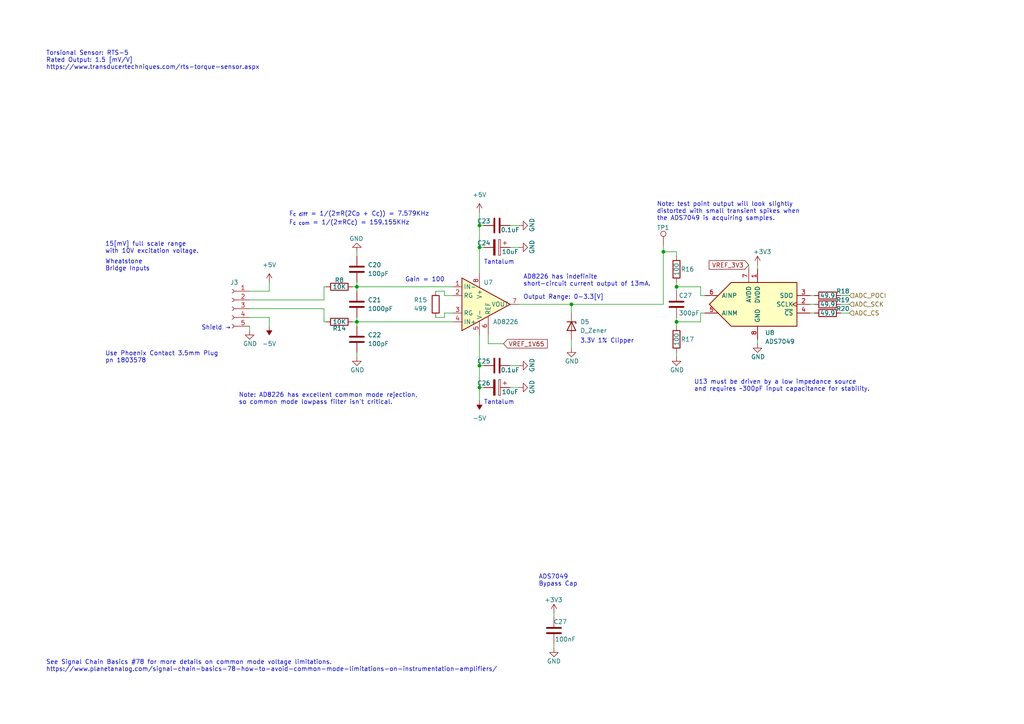
<source format=kicad_sch>
(kicad_sch (version 20230121) (generator eeschema)
  (paper "A4")
  (lib_symbols
    (symbol "Analog_ADC:ADS7049" (pin_names (offset 1.016))
      (property "Reference" "U" (at -7.62 -7.62 0))
      (property "Value" "ADS7049" (at 2.54 -7.62 0))
      (symbol "ADS7049_0_1"
        (polyline (pts (xy -13.97 0) (xy -7.62 6.35) (xy 11.43 6.35) (xy 11.43 -6.35) (xy -7.62 -6.35) (xy -13.97 0)) (stroke (width 0.254)) (fill (type background)))
      )
      (symbol "ADS7049_1_1"
        (pin power_in line (at 0 10.16 270) (length 3.81) (name "DVDD") (number "1"))
        (pin input clock (at 15.24 0 180) (length 3.81) (name "SCLK") (number "2"))
        (pin output line (at 15.24 2.54 180) (length 3.81) (name "SDO") (number "3"))
        (pin input line (at 15.24 -2.54 180) (length 3.81) (name "~{CS}") (number "4"))
        (pin input line (at -15.24 -2.54 0) (length 3.81) (name "AINM") (number "5"))
        (pin input line (at -15.24 2.54 0) (length 3.81) (name "AINP") (number "6"))
        (pin power_in line (at -2.54 10.16 270) (length 3.81) (name "AVDD") (number "7"))
        (pin power_in line (at 0 -10.16 90) (length 3.81) (name "GND") (number "8"))
      )
    )
    (symbol "Connector:Conn_01x05_Female" (pin_names (offset 1.016) hide)
      (property "Reference" "J" (at 0 7.62 0))
      (property "Value" "Conn_01x05_Female" (at 0 -7.62 0))
      (symbol "Conn_01x05_Female_1_1"
        (arc (start 0 -4.572) (mid -0.5058 -5.08) (end 0 -5.588) (stroke (width 0.1524)))
        (arc (start 0 -2.032) (mid -0.5058 -2.54) (end 0 -3.048) (stroke (width 0.1524)))
        (polyline (pts (xy -1.27 -5.08) (xy -0.508 -5.08)) (stroke (width 0.1524)))
        (polyline (pts (xy -1.27 -2.54) (xy -0.508 -2.54)) (stroke (width 0.1524)))
        (polyline (pts (xy -1.27 0) (xy -0.508 0)) (stroke (width 0.1524)))
        (polyline (pts (xy -1.27 2.54) (xy -0.508 2.54)) (stroke (width 0.1524)))
        (polyline (pts (xy -1.27 5.08) (xy -0.508 5.08)) (stroke (width 0.1524)))
        (arc (start 0 0.508) (mid -0.5058 0) (end 0 -0.508) (stroke (width 0.1524)))
        (arc (start 0 3.048) (mid -0.5058 2.54) (end 0 2.032) (stroke (width 0.1524)))
        (arc (start 0 5.588) (mid -0.5058 5.08) (end 0 4.572) (stroke (width 0.1524)))
        (pin passive line (at -5.08 5.08 0) (length 3.81) (name "Pin_1") (number "1"))
        (pin passive line (at -5.08 2.54 0) (length 3.81) (name "Pin_2") (number "2"))
        (pin passive line (at -5.08 0 0) (length 3.81) (name "Pin_3") (number "3"))
        (pin passive line (at -5.08 -2.54 0) (length 3.81) (name "Pin_4") (number "4"))
        (pin passive line (at -5.08 -5.08 0) (length 3.81) (name "Pin_5") (number "5"))
      )
    )
    (symbol "Connector:TestPoint" (pin_numbers hide) (pin_names (offset 0.762) hide)
      (property "Reference" "TP" (at 0 6.858 0))
      (property "Value" "TestPoint" (at 0 5.08 0))
      (symbol "TestPoint_0_1"
        (circle (center 0 3.302) (radius 0.762))
      )
      (symbol "TestPoint_1_1"
        (pin passive line (at 0 0 90) (length 2.54) (name "1") (number "1"))
      )
    )
    (symbol "Device:C" (pin_numbers hide) (pin_names (offset 0.254))
      (property "Reference" "C" (at 0.635 2.54 0))
      (property "Value" "C" (at 0.635 -2.54 0))
      (symbol "C_0_1"
        (polyline (pts (xy -2.032 -0.762) (xy 2.032 -0.762)) (stroke (width 0.508)))
        (polyline (pts (xy -2.032 0.762) (xy 2.032 0.762)) (stroke (width 0.508)))
      )
      (symbol "C_1_1"
        (pin passive line (at 0 3.81 270) (length 2.794) (name "~") (number "1"))
        (pin passive line (at 0 -3.81 90) (length 2.794) (name "~") (number "2"))
      )
    )
    (symbol "Device:C_Polarized" (pin_numbers hide) (pin_names (offset 0.254))
      (property "Reference" "C" (at 0.635 2.54 0))
      (property "Value" "C_Polarized" (at 0.635 -2.54 0))
      (symbol "C_Polarized_0_1"
        (rectangle (start -2.286 0.508) (end 2.286 1.016))
        (polyline (pts (xy -1.778 2.286) (xy -0.762 2.286)))
        (polyline (pts (xy -1.27 2.794) (xy -1.27 1.778)))
        (rectangle (start 2.286 -0.508) (end -2.286 -1.016) (fill (type outline)))
      )
      (symbol "C_Polarized_1_1"
        (pin passive line (at 0 3.81 270) (length 2.794) (name "~") (number "1"))
        (pin passive line (at 0 -3.81 90) (length 2.794) (name "~") (number "2"))
      )
    )
    (symbol "Device:D_Zener" (pin_numbers hide) (pin_names (offset 1.016) hide)
      (property "Reference" "D" (at 0 2.54 0))
      (property "Value" "D_Zener" (at 0 -2.54 0))
      (symbol "D_Zener_0_1"
        (polyline (pts (xy 1.27 0) (xy -1.27 0)))
        (polyline (pts (xy -1.27 -1.27) (xy -1.27 1.27) (xy -0.762 1.27)) (stroke (width 0.254)))
        (polyline (pts (xy 1.27 -1.27) (xy 1.27 1.27) (xy -1.27 0) (xy 1.27 -1.27)) (stroke (width 0.254)))
      )
      (symbol "D_Zener_1_1"
        (pin passive line (at -3.81 0 0) (length 2.54) (name "K") (number "1"))
        (pin passive line (at 3.81 0 180) (length 2.54) (name "A") (number "2"))
      )
    )
    (symbol "Device:R" (pin_numbers hide) (pin_names (offset 0))
      (property "Reference" "R" (at 2.032 0 90))
      (property "Value" "R" (at 0 0 90))
      (symbol "R_0_1"
        (rectangle (start -1.016 -2.54) (end 1.016 2.54) (stroke (width 0.254)))
      )
      (symbol "R_1_1"
        (pin passive line (at 0 3.81 270) (length 1.27) (name "~") (number "1"))
        (pin passive line (at 0 -3.81 90) (length 1.27) (name "~") (number "2"))
      )
    )
    (symbol "kicad_component_library:AD8226" (pin_names (offset 0.5))
      (property "Reference" "U" (at 3.81 3.81 0))
      (property "Value" "AD8226" (at 3.81 -3.81 0))
      (symbol "AD8226_0_1"
        (polyline (pts (xy 8.89 0) (xy -5.08 7.62) (xy -5.08 -7.62) (xy 8.89 0)) (stroke (width 0.254)) (fill (type background)))
      )
      (symbol "AD8226_1_1"
        (pin input line (at -7.62 5.08 0) (length 2.54) (name "IN-") (number "1"))
        (pin passive line (at -7.62 2.54 0) (length 2.54) (name "RG") (number "2"))
        (pin passive line (at -7.62 -2.54 0) (length 2.54) (name "RG") (number "3"))
        (pin input line (at -7.62 -5.08 0) (length 2.54) (name "IN+") (number "4"))
        (pin power_in line (at 0 -8.89 90) (length 4) (name "V-") (number "5"))
        (pin input line (at 2.54 -8.89 90) (length 5.3) (name "REF") (number "6"))
        (pin output line (at 11.43 0 180) (length 2.54) (name "VOUT") (number "7"))
        (pin power_in line (at 0 8.89 270) (length 4) (name "V+") (number "8"))
      )
    )
    (symbol "power:+3V3" (power) (pin_names (offset 0))
      (property "Value" "+3V3" (at 0 3.556 0))
      (symbol "+3V3_0_1"
        (polyline (pts (xy -0.762 1.27) (xy 0 2.54)))
        (polyline (pts (xy 0 0) (xy 0 2.54)))
        (polyline (pts (xy 0 2.54) (xy 0.762 1.27)))
      )
      (symbol "+3V3_1_1"
        (pin power_in line (at 0 0 90) (length 0) hide (name "+3V3") (number "1"))
      )
    )
    (symbol "power:+5V" (power) (pin_names (offset 0))
      (property "Value" "+5V" (at 0 3.556 0))
      (symbol "+5V_0_1"
        (polyline (pts (xy -0.762 1.27) (xy 0 2.54)))
        (polyline (pts (xy 0 0) (xy 0 2.54)))
        (polyline (pts (xy 0 2.54) (xy 0.762 1.27)))
      )
      (symbol "+5V_1_1"
        (pin power_in line (at 0 0 90) (length 0) hide (name "+5V") (number "1"))
      )
    )
    (symbol "power:-5V" (power) (pin_names (offset 0))
      (property "Value" "-5V" (at 0 3.81 0))
      (symbol "-5V_0_0"
        (pin power_in line (at 0 0 90) (length 0) hide (name "-5V") (number "1"))
      )
      (symbol "-5V_0_1"
        (polyline (pts (xy 0 0) (xy 0 1.27) (xy 0.762 1.27) (xy 0 2.54) (xy -0.762 1.27) (xy 0 1.27)) (fill (type outline)))
      )
    )
    (symbol "power:GND" (power) (pin_names (offset 0))
      (property "Value" "GND" (at 0 -3.81 0))
      (symbol "GND_0_1"
        (polyline (pts (xy 0 0) (xy 0 -1.27) (xy 1.27 -1.27) (xy 0 -2.54) (xy -1.27 -1.27) (xy 0 -1.27)))
      )
      (symbol "GND_1_1"
        (pin power_in line (at 0 0 270) (length 0) hide (name "GND") (number "1"))
      )
    )
  )
  (junction (at 139.065 65.405))
  (junction (at 192.405 73.025))
  (junction (at 165.735 88.265))
  (junction (at 103.505 83.185))
  (junction (at 196.215 93.345))
  (junction (at 139.065 112.395))
  (junction (at 103.505 93.345))
  (junction (at 196.215 83.185))
  (junction (at 139.065 106.045))
  (junction (at 139.065 71.755))
  (wire (pts (xy 139.065 61.595) (xy 139.065 65.405)))
  (wire (pts (xy 128.905 84.455) (xy 126.365 84.455)))
  (wire (pts (xy 103.505 83.185) (xy 103.505 84.455)))
  (wire (pts (xy 139.065 106.045) (xy 139.065 112.395)))
  (wire (pts (xy 204.47 90.805) (xy 203.2 90.805)))
  (wire (pts (xy 147.955 112.395) (xy 150.495 112.395)))
  (wire (pts (xy 93.98 93.345) (xy 93.98 89.535)))
  (wire (pts (xy 147.955 65.405) (xy 150.495 65.405)))
  (wire (pts (xy 103.505 83.185) (xy 131.445 83.185)))
  (wire (pts (xy 196.215 102.235) (xy 196.215 103.505)))
  (wire (pts (xy 103.505 73.025) (xy 103.505 74.295)))
  (wire (pts (xy 72.39 94.615) (xy 72.39 95.885)))
  (wire (pts (xy 103.505 83.185) (xy 102.235 83.185)))
  (wire (pts (xy 128.905 85.725) (xy 128.905 84.455)))
  (wire (pts (xy 72.39 92.075) (xy 78.105 92.075)))
  (wire (pts (xy 126.365 92.075) (xy 128.905 92.075)))
  (wire (pts (xy 131.445 85.725) (xy 128.905 85.725)))
  (wire (pts (xy 165.735 88.265) (xy 165.735 90.805)))
  (wire (pts (xy 160.655 186.69) (xy 160.655 187.96)))
  (wire (pts (xy 140.335 65.405) (xy 139.065 65.405)))
  (wire (pts (xy 203.2 93.345) (xy 196.215 93.345)))
  (wire (pts (xy 102.235 93.345) (xy 103.505 93.345)))
  (wire (pts (xy 93.98 93.345) (xy 94.615 93.345)))
  (wire (pts (xy 72.39 84.455) (xy 78.105 84.455)))
  (wire (pts (xy 165.735 88.265) (xy 192.405 88.265)))
  (wire (pts (xy 243.84 85.725) (xy 246.38 85.725)))
  (wire (pts (xy 234.95 90.805) (xy 236.22 90.805)))
  (wire (pts (xy 93.98 86.995) (xy 72.39 86.995)))
  (wire (pts (xy 141.605 97.155) (xy 141.605 99.695)))
  (wire (pts (xy 219.71 98.425) (xy 219.71 99.695)))
  (wire (pts (xy 196.215 92.075) (xy 196.215 93.345)))
  (wire (pts (xy 139.065 112.395) (xy 139.065 116.205)))
  (wire (pts (xy 103.505 93.345) (xy 103.505 92.075)))
  (wire (pts (xy 192.405 71.12) (xy 192.405 73.025)))
  (wire (pts (xy 196.215 93.345) (xy 196.215 94.615)))
  (wire (pts (xy 141.605 99.695) (xy 146.05 99.695)))
  (wire (pts (xy 78.105 84.455) (xy 78.105 81.915)))
  (wire (pts (xy 234.95 88.265) (xy 236.22 88.265)))
  (wire (pts (xy 196.215 83.185) (xy 196.215 84.455)))
  (wire (pts (xy 219.71 76.835) (xy 219.71 78.105)))
  (wire (pts (xy 196.215 81.915) (xy 196.215 83.185)))
  (wire (pts (xy 217.17 76.835) (xy 217.17 78.105)))
  (wire (pts (xy 128.905 90.805) (xy 131.445 90.805)))
  (wire (pts (xy 139.065 65.405) (xy 139.065 71.755)))
  (wire (pts (xy 160.655 177.8) (xy 160.655 179.07)))
  (wire (pts (xy 165.735 98.425) (xy 165.735 100.965)))
  (wire (pts (xy 192.405 73.025) (xy 192.405 88.265)))
  (wire (pts (xy 103.505 93.345) (xy 103.505 94.615)))
  (wire (pts (xy 243.84 90.805) (xy 246.38 90.805)))
  (wire (pts (xy 103.505 93.345) (xy 131.445 93.345)))
  (wire (pts (xy 93.98 89.535) (xy 72.39 89.535)))
  (wire (pts (xy 139.065 71.755) (xy 140.335 71.755)))
  (wire (pts (xy 150.495 88.265) (xy 165.735 88.265)))
  (wire (pts (xy 204.47 85.725) (xy 203.2 85.725)))
  (wire (pts (xy 139.065 97.155) (xy 139.065 106.045)))
  (wire (pts (xy 103.505 102.235) (xy 103.505 103.505)))
  (wire (pts (xy 139.065 106.045) (xy 140.335 106.045)))
  (wire (pts (xy 147.955 106.045) (xy 150.495 106.045)))
  (wire (pts (xy 203.2 85.725) (xy 203.2 83.185)))
  (wire (pts (xy 196.215 74.295) (xy 196.215 73.025)))
  (wire (pts (xy 139.065 79.375) (xy 139.065 71.755)))
  (wire (pts (xy 234.95 85.725) (xy 236.22 85.725)))
  (wire (pts (xy 78.105 92.075) (xy 78.105 94.615)))
  (wire (pts (xy 103.505 81.915) (xy 103.505 83.185)))
  (wire (pts (xy 147.955 71.755) (xy 150.495 71.755)))
  (wire (pts (xy 139.065 112.395) (xy 140.335 112.395)))
  (wire (pts (xy 203.2 90.805) (xy 203.2 93.345)))
  (wire (pts (xy 128.905 92.075) (xy 128.905 90.805)))
  (wire (pts (xy 196.215 73.025) (xy 192.405 73.025)))
  (wire (pts (xy 203.2 83.185) (xy 196.215 83.185)))
  (wire (pts (xy 93.98 83.185) (xy 94.615 83.185)))
  (wire (pts (xy 93.98 83.185) (xy 93.98 86.995)))
  (wire (pts (xy 243.84 88.265) (xy 246.38 88.265)))
  (text "F_{c diff} = 1/(2πR(2C_{D} + C_{C})) = 7.579KHz" (at 83.82 62.865 0) (effects (font (size 1.27 1.27)) (justify left bottom)))
  (text "Note: AD8226 has excellent common mode rejection,\nso common mode lowpass filter isn't critical." (at 69.215 117.475 0) (effects (font (size 1.27 1.27)) (justify left bottom)))
  (text "3.3V 1% Clipper" (at 168.275 99.695 0) (effects (font (size 1.27 1.27)) (justify left bottom)))
  (text "Tantalum" (at 140.335 76.835 0) (effects (font (size 1.27 1.27)) (justify left bottom)))
  (text "Wheatstone\nBridge Inputs" (at 30.48 78.74 0) (effects (font (size 1.27 1.27)) (justify left bottom)))
  (text "Gain = 100" (at 117.475 81.915 0) (effects (font (size 1.27 1.27)) (justify left bottom)))
  (text "15[mV] full scale range\nwith 10V excitation voltage." (at 30.48 73.66 0) (effects (font (size 1.27 1.27)) (justify left bottom)))
  (text "Shield →" (at 58.42 95.885 0) (effects (font (size 1.27 1.27)) (justify left bottom)))
  (text "Tantalum" (at 140.335 117.475 0) (effects (font (size 1.27 1.27)) (justify left bottom)))
  (text "See Signal Chain Basics #78 for more details on common mode voltage limitations.\nhttps://www.planetanalog.com/signal-chain-basics-78-how-to-avoid-common-mode-limitations-on-instrumentation-amplifiers/" (at 13.335 194.945 0) (effects (font (size 1.27 1.27)) (justify left bottom)))
  (text "ADS7049\nBypass Cap" (at 156.21 170.18 0) (effects (font (size 1.27 1.27)) (justify left bottom)))
  (text "AD8226 has indefinite \nshort-circuit current output of 13mA." (at 151.765 83.185 0) (effects (font (size 1.27 1.27)) (justify left bottom)))
  (text "F_{c com} = 1/(2πRC_{C}) = 159.155KHz" (at 83.82 65.405 0) (effects (font (size 1.27 1.27)) (justify left bottom)))
  (text "Output Range: 0-3.3[V]" (at 151.765 86.995 0) (effects (font (size 1.27 1.27)) (justify left bottom)))
  (text "Use Phoenix Contact 3.5mm Plug\npn 1803578" (at 30.48 105.41 0) (effects (font (size 1.27 1.27)) (justify left bottom)))
  (text "Note: test point output will look slightly \ndistorted with small transient spikes when\nthe ADS7049 is acquiring samples." (at 190.5 64.135 0) (effects (font (size 1.27 1.27)) (justify left bottom)))
  (text "U13 must be driven by a low impedance source \nand requires ~300pF input capacitance for stability." (at 201.295 113.665 0) (effects (font (size 1.27 1.27)) (justify left bottom)))
  (text "Torsional Sensor: RTS-5\nRated Output: 1.5 [mV/V]\nhttps://www.transducertechniques.com/rts-torque-sensor.aspx" (at 13.335 20.32 0) (effects (font (size 1.27 1.27)) (justify left bottom)))
  (global_label "VREF_1V65" (shape input) (at 146.05 99.695 0) (property "Intersheetrefs" "${INTERSHEET_REFS}" (effects hide)))
  (global_label "VREF_3V3" (shape input) (at 217.17 76.835 180) (property "Intersheetrefs" "${INTERSHEET_REFS}" (effects hide)))
  (hierarchical_label "ADC_CS" (shape input) (at 246.38 90.805 0))
  (hierarchical_label "ADC_SCK" (shape input) (at 246.38 88.265 0))
  (hierarchical_label "ADC_POCI" (shape input) (at 246.38 85.725 0))
  (symbol (lib_id "kicad_component_library:AD8226") (at 139.065 88.265 0) (unit 1)
    (property "Reference" "U7" (at 141.605 81.915 0))
    (property "Value" "AD8226" (at 146.685 93.345 0))
    (property "Footprint" "Package_SO:MSOP-8_3x3mm_P0.65mm" (effects hide))
    (property "Datasheet" "https://www.analog.com/media/en/technical-documentation/data-sheets/AD8226.pdf" (effects hide))
    (property "Link" "https://www.digikey.com/en/products/detail/analog-devices-inc/AD8226BRMZ-R7/2182230" (effects hide))
    (property "Manufacturer" "Analog Devices Inc." (effects hide))
    (property "Manufacturer Number" "AD8226BRMZ-R7" (effects hide))
  )
  (symbol (lib_id "power:GND") (at 165.735 100.965 0) (unit 1)
    (property "Reference" "#PWR?" (effects hide))
    (property "Value" "GND" (at 163.83 104.775 0) (effects (justify left)))
    (instances (project "harp_treadmill" (path "" (reference "#PWR?") (unit 1)) (path "" (reference "#PWR0116") (unit 1))))
  )
  (symbol (lib_id "power:-5V") (at 139.065 116.205 180) (unit 1)
    (property "Reference" "#PWR0122" (effects hide))
    (property "Value" "-5V" (at 139.065 121.285 0))
  )
  (symbol (lib_id "Device:C") (at 103.505 98.425 0) (unit 1)
    (property "Reference" "C22" (at 106.68 97.155 0) (effects (justify left)))
    (property "Value" "100pF" (at 106.68 99.695 0) (effects (justify left)))
    (property "Datasheet" "https://search.murata.co.jp/Ceramy/image/img/A01X/G101/ENG/GCM1555C1H101FA16-01.pdf" (effects hide))
    (property "Link" "https://www.digikey.com/en/products/detail/murata-electronics/GCM1555C1H101FA16D/6605978" (effects hide))
    (property "Manufacturer" "Murata Electronics" (effects hide))
    (property "Manufacturer Number" "GCM1555C1H101FA16D" (effects hide))
    (property "Temperature Coefficient" "C0G, NP0" (effects hide))
    (property "Voltage" "50V" (effects hide))
  )
  (symbol (lib_id "Device:R") (at 196.215 78.105 0) (mirror x) (unit 1)
    (property "Reference" "R16" (at 199.39 78.105 0))
    (property "Value" "100" (at 196.215 78.105 90))
    (property "Footprint" "Resistor_SMD:R_0402_1005Metric" (effects hide))
    (property "Datasheet" "https://www.yageo.com/upload/media/product/productsearch/datasheet/rchip/PYu-RT_1-to-0.01_RoHS_L_15.pdf" (effects hide))
    (property "Link" "https://www.digikey.com/en/products/detail/yageo/RT0402BRD07100RL/1068990" (effects hide))
    (property "Manufacturer" "Yageo" (effects hide))
    (property "Manufacturer Number" "RT0402BRD07100RL" (effects hide))
    (property "Tolerance" "0.1%" (effects hide))
    (property "Temperature Coefficient" "25ppm/C" (effects hide))
  )
  (symbol (lib_id "Device:C_Polarized") (at 144.145 112.395 270) (unit 1)
    (property "Reference" "C26" (at 140.335 111.125 90))
    (property "Value" "10uF" (at 147.955 113.665 90))
    (property "Footprint" "Capacitor_SMD:C_0805_2012Metric" (effects hide))
    (property "Datasheet" "https://connect.kemet.com:7667/gateway/IntelliData-ComponentDocumentation/1.0/download/specsheet/T529P106M010AAE200" (effects hide))
    (property "Link" "https://www.digikey.com/en/products/detail/kemet/T529P106M010AAE200/8582783" (effects hide))
    (property "Manufacturer" "Kemet" (effects hide))
    (property "Manufacturer Number" "T529P106M010AAE200" (effects hide))
  )
  (symbol (lib_id "Connector:TestPoint") (at 192.405 71.12 0) (unit 1)
    (property "Reference" "TP1" (at 190.5 66.04 0) (effects (justify left)))
    (property "Value" "TestPoint" (effects hide))
    (property "Footprint" "kicad_component_library:TestPoint_Keystone_5027_Miniature" (effects hide))
    (property "Datasheet" "https://www.keyelco.com/userAssets/file/M65p55.pdf" (effects hide))
    (property "Link" "https://www.digikey.com/en/products/detail/keystone-electronics/5027/5118871" (effects hide))
    (property "Notes" "SMT testpoint with hole for added sturdiness." (effects hide))
    (property "Manufacturer" "Keystone Electronics" (effects hide))
    (property "Manufacturer Number" "5027" (effects hide))
  )
  (symbol (lib_id "Device:R") (at 240.03 90.805 90) (unit 1)
    (property "Reference" "R20" (at 244.475 89.535 90))
    (property "Value" "49.9" (at 240.03 90.805 90))
    (property "Footprint" "Resistor_SMD:R_0402_1005Metric" (effects hide))
    (property "Datasheet" "https://www.yageo.com/upload/media/product/productsearch/datasheet/rchip/PYu-RC_Group_51_RoHS_L_12.pdf" (effects hide))
    (property "Link" "https://www.digikey.com/en/products/detail/yageo/RC0402FR-7W49R9L/12698836" (effects hide))
    (property "Manufacturer" "Yageo" (effects hide))
    (property "Manufacturer Number" "RC0402FR-7W49R9L" (effects hide))
  )
  (symbol (lib_id "Device:C") (at 144.145 106.045 90) (unit 1)
    (property "Reference" "C25" (at 140.335 104.775 90))
    (property "Value" "0.1uF" (at 147.955 107.315 90))
  )
  (symbol (lib_id "power:GND") (at 150.495 65.405 90) (unit 1)
    (property "Reference" "#PWR?" (effects hide))
    (property "Value" "GND" (at 154.305 67.31 0) (effects (justify left)))
    (instances (project "harp_treadmill" (path "" (reference "#PWR?") (unit 1)) (path "" (reference "#PWR0117") (unit 1))))
  )
  (symbol (lib_id "Device:R") (at 240.03 88.265 90) (unit 1)
    (property "Reference" "R19" (at 244.475 86.995 90))
    (property "Value" "49.9" (at 240.03 88.265 90))
    (property "Footprint" "Resistor_SMD:R_0402_1005Metric" (effects hide))
    (property "Datasheet" "https://www.yageo.com/upload/media/product/productsearch/datasheet/rchip/PYu-RC_Group_51_RoHS_L_12.pdf" (effects hide))
    (property "Link" "https://www.digikey.com/en/products/detail/yageo/RC0402FR-7W49R9L/12698836" (effects hide))
    (property "Manufacturer" "Yageo" (effects hide))
    (property "Manufacturer Number" "RC0402FR-7W49R9L" (effects hide))
  )
  (symbol (lib_id "Device:C") (at 144.145 65.405 90) (unit 1)
    (property "Reference" "C23" (at 140.335 64.135 90))
    (property "Value" "0.1uF" (at 147.955 66.675 90))
  )
  (symbol (lib_id "power:GND") (at 196.215 103.505 0) (unit 1)
    (property "Reference" "#PWR?" (effects hide))
    (property "Value" "GND" (at 194.31 107.315 0) (effects (justify left)))
    (instances (project "harp_treadmill" (path "" (reference "#PWR?") (unit 1)) (path "" (reference "#PWR01") (unit 1))))
  )
  (symbol (lib_id "Device:R") (at 196.215 98.425 0) (mirror x) (unit 1)
    (property "Reference" "R17" (at 199.39 98.425 0))
    (property "Value" "100" (at 196.215 98.425 90))
    (property "Footprint" "Resistor_SMD:R_0402_1005Metric" (effects hide))
    (property "Datasheet" "https://www.yageo.com/upload/media/product/productsearch/datasheet/rchip/PYu-RT_1-to-0.01_RoHS_L_15.pdf" (effects hide))
    (property "Link" "https://www.digikey.com/en/products/detail/yageo/RT0402BRD07100RL/1068990" (effects hide))
    (property "Manufacturer" "Yageo" (effects hide))
    (property "Manufacturer Number" "RT0402BRD07100RL" (effects hide))
    (property "Tolerance" "0.1%" (effects hide))
    (property "Temperature Coefficient" "25ppm/C" (effects hide))
  )
  (symbol (lib_id "Device:C") (at 196.215 88.265 0) (unit 1)
    (property "Reference" "C27" (at 196.85 85.725 0) (effects (justify left)))
    (property "Value" "300pF" (at 196.85 90.805 0) (effects (justify left)))
    (property "Footprint" "Capacitor_SMD:C_0402_1005Metric" (effects hide))
    (property "Datasheet" "https://search.murata.co.jp/Ceramy/image/img/A01X/G101/ENG/GCM1555C1H301FA16-01.pdf" (effects hide))
    (property "Link" "https://www.digikey.com/en/products/detail/murata-electronics/GCM1555C1H301FA16D/11618636" (effects hide))
    (property "Manufacturer Number" "GCM1555C1H301FA16D" (effects hide))
    (property "Manufacturer" "Murata Electronics" (effects hide))
    (property "Notes" "NP0" (effects hide))
    (property "Tolerlance" "1%" (effects hide))
  )
  (symbol (lib_id "Device:C") (at 103.505 88.265 0) (unit 1)
    (property "Reference" "C21" (at 106.68 86.995 0) (effects (justify left)))
    (property "Value" "1000pF" (at 106.68 89.535 0) (effects (justify left)))
    (property "Datasheet" "https://search.murata.co.jp/Ceramy/image/img/A01X/G101/ENG/GCM1555C1H101FA16-01.pdf" (effects hide))
    (property "Link" "https://www.digikey.com/en/products/detail/murata-electronics/GCM1555C1H101FA16D/6605978" (effects hide))
    (property "Manufacturer" "Murata Electronics" (effects hide))
    (property "Manufacturer Number" "GCM1555C1H101FA16D" (effects hide))
    (property "Temperature Coefficient" "C0G, NP0" (effects hide))
    (property "Voltage" "50V" (effects hide))
  )
  (symbol (lib_id "Device:C") (at 103.505 78.105 0) (unit 1)
    (property "Reference" "C20" (at 106.68 76.835 0) (effects (justify left)))
    (property "Value" "100pF" (at 106.68 79.375 0) (effects (justify left)))
    (property "Datasheet" "https://search.murata.co.jp/Ceramy/image/img/A01X/G101/ENG/GCM1555C1H101FA16-01.pdf" (effects hide))
    (property "Link" "https://www.digikey.com/en/products/detail/murata-electronics/GCM1555C1H101FA16D/6605978" (effects hide))
    (property "Manufacturer" "Murata Electronics" (effects hide))
    (property "Manufacturer Number" "GCM1555C1H101FA16D" (effects hide))
    (property "Temperature Coefficient" "C0G, NP0" (effects hide))
    (property "Voltage" "50V" (effects hide))
  )
  (symbol (lib_id "power:+5V") (at 78.105 81.915 0) (unit 1)
    (property "Reference" "#PWR0112" (effects hide))
    (property "Value" "+5V" (at 78.105 76.835 0))
  )
  (symbol (lib_id "power:GND") (at 160.655 187.96 0) (unit 1)
    (property "Reference" "#PWR098" (effects hide))
    (property "Value" "GND" (at 160.655 191.77 0))
    (instances (project "harp_treadmill" (path "" (reference "#PWR098") (unit 1)) (path "" (reference "#PWR0105") (unit 1)) (path "" (reference "#PWR0109") (unit 1))))
  )
  (symbol (lib_id "Connector:Conn_01x05_Female") (at 67.31 89.535 0) (mirror y) (unit 1)
    (property "Reference" "J3" (at 67.945 81.915 0))
    (property "Value" "Conn_01x05_Female" (effects hide))
  )
  (symbol (lib_id "Device:R") (at 126.365 88.265 0) (unit 1)
    (property "Reference" "R15" (at 120.015 86.995 0) (effects (justify left)))
    (property "Value" "499" (at 120.015 89.535 0) (effects (justify left)))
    (property "Footprint" "Resistor_SMD:R_0603_1608Metric" (effects hide))
    (property "Manufacturer Number" "PTN0603E74R1BST1" (effects hide))
    (property "Link" "https://www.mouser.com/ProductDetail/Vishay-Thin-Film/PTN0603E74R1BST1?qs=sGAEpiMZZMtlubZbdhIBIFK%252BqDR3cmaD2SM8RdMWK%2Fk%3D" (effects hide))
  )
  (symbol (lib_id "power:GND") (at 219.71 99.695 0) (unit 1)
    (property "Reference" "#PWR?" (effects hide))
    (property "Value" "GND" (at 217.805 103.505 0) (effects (justify left)))
    (instances (project "harp_treadmill" (path "" (reference "#PWR?") (unit 1)) (path "" (reference "#PWR03") (unit 1))))
  )
  (symbol (lib_id "Analog_ADC:ADS7049") (at 219.71 88.265 0) (unit 1)
    (property "Reference" "U8" (at 221.9041 96.52 0) (effects (justify left)))
    (property "Value" "ADS7049" (at 221.9041 99.06 0) (effects (justify left)))
    (property "Footprint" "Package_SO:VSSOP-8_2.3x2mm_P0.5mm" (effects hide))
    (property "Datasheet" "http://www.ti.com/lit/ds/symlink/ads7049-q1.pdf" (effects hide))
    (property "Link" "https://www.digikey.com/en/products/detail/texas-instruments/ADS7049QDCURQ1/6609843" (effects hide))
    (property "Manufacturer" "Texas Instruments" (effects hide))
    (property "Manufacturer Number" "ADS7049QDCURQ1" (effects hide))
    (property "Vendor Number" "296-45325-6-ND" (effects hide))
  )
  (symbol (lib_id "power:GND") (at 103.505 103.505 0) (unit 1)
    (property "Reference" "#PWR?" (effects hide))
    (property "Value" "GND" (at 101.6 107.315 0) (effects (justify left)))
    (instances (project "harp_treadmill" (path "" (reference "#PWR?") (unit 1)) (path "" (reference "#PWR05") (unit 1))))
  )
  (symbol (lib_id "power:GND") (at 150.495 112.395 90) (unit 1)
    (property "Reference" "#PWR?" (effects hide))
    (property "Value" "GND" (at 154.305 114.3 0) (effects (justify left)))
    (instances (project "harp_treadmill" (path "" (reference "#PWR?") (unit 1)) (path "" (reference "#PWR0124") (unit 1))))
  )
  (symbol (lib_id "power:GND") (at 103.505 73.025 180) (unit 1)
    (property "Reference" "#PWR?" (effects hide))
    (property "Value" "GND" (at 105.41 69.215 0) (effects (justify left)))
    (instances (project "harp_treadmill" (path "" (reference "#PWR?") (unit 1)) (path "" (reference "#PWR06") (unit 1))))
  )
  (symbol (lib_id "Device:C_Polarized") (at 144.145 71.755 270) (unit 1)
    (property "Reference" "C24" (at 140.335 70.485 90))
    (property "Value" "10uF" (at 147.955 73.025 90))
    (property "Footprint" "Capacitor_SMD:C_0805_2012Metric" (effects hide))
    (property "Datasheet" "https://connect.kemet.com:7667/gateway/IntelliData-ComponentDocumentation/1.0/download/specsheet/T529P106M010AAE200" (effects hide))
    (property "Link" "https://www.digikey.com/en/products/detail/kemet/T529P106M010AAE200/8582783" (effects hide))
    (property "Manufacturer" "Kemet" (effects hide))
    (property "Manufacturer Number" "T529P106M010AAE200" (effects hide))
  )
  (symbol (lib_id "power:+5V") (at 139.065 61.595 0) (unit 1)
    (property "Reference" "#PWR0121" (effects hide))
    (property "Value" "+5V" (at 139.065 56.515 0))
  )
  (symbol (lib_id "power:GND") (at 72.39 95.885 0) (unit 1)
    (property "Reference" "#PWR?" (effects hide))
    (property "Value" "GND" (at 70.485 99.695 0) (effects (justify left)))
    (instances (project "harp_treadmill" (path "" (reference "#PWR?") (unit 1)) (path "" (reference "#PWR07") (unit 1))))
  )
  (symbol (lib_id "Device:R") (at 98.425 93.345 270) (unit 1)
    (property "Reference" "R14" (at 98.425 95.25 90))
    (property "Value" "10K" (at 98.425 93.345 90))
    (property "Datasheet" "https://www.yageo.com/upload/media/product/productsearch/datasheet/rchip/PYu-RT_1-to-0.01_RoHS_L_15.pdf" (effects hide))
    (property "Link" "https://www.digikey.com/en/products/detail/yageo/RT0402BRE0710KL/1069451" (effects hide))
    (property "Manufacturer" "Yageo" (effects hide))
    (property "Manufacturer Number" "RT0402BRE0710KL" (effects hide))
    (property "Tolerance" "0.1%" (effects hide))
  )
  (symbol (lib_id "Device:D_Zener") (at 165.735 94.615 270) (unit 1)
    (property "Reference" "D5" (at 168.275 93.3449 90) (effects (justify left)))
    (property "Value" "D_Zener" (at 168.275 95.8849 90) (effects (justify left)))
    (property "Footprint" "Diode_SMD:D_SOD-123F" (effects hide))
    (property "Manufacturer Number" "BZT52H-A3V3-QX" (effects hide))
    (property "Link" "https://www.mouser.com/ProductDetail/Nexperia/BZT52H-A3V3-QX?qs=A6eO%252BMLsxmSzLn%252BZoY0yAg%3D%3D" (effects hide))
    (property "Manufacturer" "Nexperia" (effects hide))
  )
  (symbol (lib_id "power:GND") (at 150.495 71.755 90) (unit 1)
    (property "Reference" "#PWR?" (effects hide))
    (property "Value" "GND" (at 154.305 73.66 0) (effects (justify left)))
    (instances (project "harp_treadmill" (path "" (reference "#PWR?") (unit 1)) (path "" (reference "#PWR0118") (unit 1))))
  )
  (symbol (lib_id "power:+3V3") (at 160.655 177.8 0) (mirror y) (unit 1)
    (property "Reference" "#PWR?" (effects hide))
    (property "Value" "+3V3" (at 163.195 173.99 0) (effects (justify left)))
    (instances (project "harp_treadmill" (path "" (reference "#PWR?") (unit 1)) (path "" (reference "#PWR0108") (unit 1)) (path "" (reference "#PWR0106") (unit 1))))
  )
  (symbol (lib_id "power:GND") (at 150.495 106.045 90) (unit 1)
    (property "Reference" "#PWR?" (effects hide))
    (property "Value" "GND" (at 154.305 107.95 0) (effects (justify left)))
    (instances (project "harp_treadmill" (path "" (reference "#PWR?") (unit 1)) (path "" (reference "#PWR0119") (unit 1))))
  )
  (symbol (lib_id "power:+3V3") (at 219.71 76.835 0) (unit 1)
    (property "Reference" "#PWR?" (effects hide))
    (property "Value" "+3V3" (at 218.44 73.025 0) (effects (justify left)))
    (instances (project "harp_treadmill" (path "" (reference "#PWR?") (unit 1)) (path "" (reference "#PWR02") (unit 1))))
  )
  (symbol (lib_id "Device:R") (at 98.425 83.185 90) (unit 1)
    (property "Reference" "R8" (at 98.425 81.28 90))
    (property "Value" "10K" (at 98.425 83.185 90))
    (property "Datasheet" "https://www.yageo.com/upload/media/product/productsearch/datasheet/rchip/PYu-RT_1-to-0.01_RoHS_L_15.pdf" (effects hide))
    (property "Link" "https://www.digikey.com/en/products/detail/yageo/RT0402BRE0710KL/1069451" (effects hide))
    (property "Manufacturer" "Yageo" (effects hide))
    (property "Manufacturer Number" "RT0402BRE0710KL" (effects hide))
    (property "Tolerance" "0.1%" (effects hide))
  )
  (symbol (lib_id "Device:R") (at 240.03 85.725 90) (unit 1)
    (property "Reference" "R18" (at 244.475 84.455 90))
    (property "Value" "49.9" (at 240.03 85.725 90))
    (property "Footprint" "Resistor_SMD:R_0402_1005Metric" (effects hide))
    (property "Datasheet" "https://www.yageo.com/upload/media/product/productsearch/datasheet/rchip/PYu-RC_Group_51_RoHS_L_12.pdf" (effects hide))
    (property "Link" "https://www.digikey.com/en/products/detail/yageo/RC0402FR-7W49R9L/12698836" (effects hide))
    (property "Manufacturer" "Yageo" (effects hide))
    (property "Manufacturer Number" "RC0402FR-7W49R9L" (effects hide))
  )
  (symbol (lib_id "power:-5V") (at 78.105 94.615 180) (unit 1)
    (property "Reference" "#PWR0115" (effects hide))
    (property "Value" "-5V" (at 78.105 99.695 0))
  )
  (symbol (lib_id "Device:C") (at 160.655 182.88 180) (unit 1)
    (property "Reference" "C27" (at 164.465 180.34 0) (effects (justify left)))
    (property "Value" "100nF" (at 167.005 185.42 0) (effects (justify left)))
    (property "Footprint" "Capacitor_SMD:C_0402_1005Metric" (effects hide))
    (property "Datasheet" "http://www.passivecomponent.com/wp-content/uploads/datasheet/WTC_MLCC_General_Purpose.pdf" (effects hide))
    (property "Link" "https://www.digikey.com/en/products/detail/walsin-technology-corporation/0402B104K160CT/6707534" (effects hide))
    (property "Manufacturer" "Walson Technology Corporation" (effects hide))
    (property "Manufacturer Number" "0402B104K160CT" (effects hide))
    (property "Rated Voltage" "16V" (effects hide))
    (property "Temperature Coefficient" "X7R" (effects hide))
    (property "Tolerance" "10%" (effects hide))
    (property "PCBWay Link" "https://www.pcbway.com/components/detail/0402B104K160CT/307171/" (effects hide))
    (instances (project "harp_treadmill" (path "" (reference "C27") (unit 1)) (path "" (reference "C31") (unit 1)) (path "" (reference "C32") (unit 1))))
  )
)
</source>
